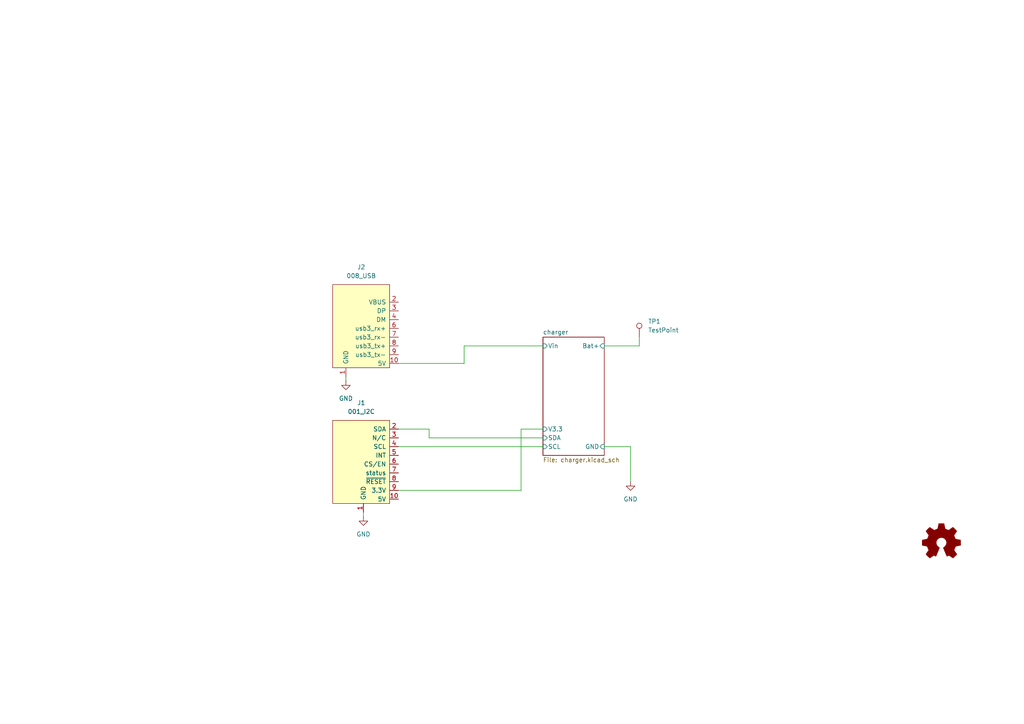
<source format=kicad_sch>
(kicad_sch
	(version 20250114)
	(generator "eeschema")
	(generator_version "9.0")
	(uuid "57732dd3-1162-4c3f-88bd-31bf473d124d")
	(paper "A4")
	(lib_symbols
		(symbol "Connector:TestPoint"
			(pin_numbers
				(hide yes)
			)
			(pin_names
				(offset 0.762)
				(hide yes)
			)
			(exclude_from_sim no)
			(in_bom yes)
			(on_board yes)
			(property "Reference" "TP"
				(at 0 6.858 0)
				(effects
					(font
						(size 1.27 1.27)
					)
				)
			)
			(property "Value" "TestPoint"
				(at 0 5.08 0)
				(effects
					(font
						(size 1.27 1.27)
					)
				)
			)
			(property "Footprint" ""
				(at 5.08 0 0)
				(effects
					(font
						(size 1.27 1.27)
					)
					(hide yes)
				)
			)
			(property "Datasheet" "~"
				(at 5.08 0 0)
				(effects
					(font
						(size 1.27 1.27)
					)
					(hide yes)
				)
			)
			(property "Description" "test point"
				(at 0 0 0)
				(effects
					(font
						(size 1.27 1.27)
					)
					(hide yes)
				)
			)
			(property "ki_keywords" "test point tp"
				(at 0 0 0)
				(effects
					(font
						(size 1.27 1.27)
					)
					(hide yes)
				)
			)
			(property "ki_fp_filters" "Pin* Test*"
				(at 0 0 0)
				(effects
					(font
						(size 1.27 1.27)
					)
					(hide yes)
				)
			)
			(symbol "TestPoint_0_1"
				(circle
					(center 0 3.302)
					(radius 0.762)
					(stroke
						(width 0)
						(type default)
					)
					(fill
						(type none)
					)
				)
			)
			(symbol "TestPoint_1_1"
				(pin passive line
					(at 0 0 90)
					(length 2.54)
					(name "1"
						(effects
							(font
								(size 1.27 1.27)
							)
						)
					)
					(number "1"
						(effects
							(font
								(size 1.27 1.27)
							)
						)
					)
				)
			)
			(embedded_fonts no)
		)
		(symbol "Graphic:Logo_Open_Hardware_Small"
			(pin_names
				(offset 1.016)
			)
			(exclude_from_sim no)
			(in_bom yes)
			(on_board yes)
			(property "Reference" "#LOGO"
				(at 0 6.985 0)
				(effects
					(font
						(size 1.27 1.27)
					)
					(hide yes)
				)
			)
			(property "Value" "Logo_Open_Hardware_Small"
				(at 0 -5.715 0)
				(effects
					(font
						(size 1.27 1.27)
					)
					(hide yes)
				)
			)
			(property "Footprint" ""
				(at 0 0 0)
				(effects
					(font
						(size 1.27 1.27)
					)
					(hide yes)
				)
			)
			(property "Datasheet" "~"
				(at 0 0 0)
				(effects
					(font
						(size 1.27 1.27)
					)
					(hide yes)
				)
			)
			(property "Description" "Open Hardware logo, small"
				(at 0 0 0)
				(effects
					(font
						(size 1.27 1.27)
					)
					(hide yes)
				)
			)
			(property "ki_keywords" "Logo"
				(at 0 0 0)
				(effects
					(font
						(size 1.27 1.27)
					)
					(hide yes)
				)
			)
			(symbol "Logo_Open_Hardware_Small_0_1"
				(polyline
					(pts
						(xy 3.3528 -4.3434) (xy 3.302 -4.318) (xy 3.175 -4.2418) (xy 2.9972 -4.1148) (xy 2.7686 -3.9624)
						(xy 2.54 -3.81) (xy 2.3622 -3.7084) (xy 2.2352 -3.6068) (xy 2.1844 -3.5814) (xy 2.159 -3.6068)
						(xy 2.0574 -3.6576) (xy 1.905 -3.7338) (xy 1.8034 -3.7846) (xy 1.6764 -3.8354) (xy 1.6002 -3.8354)
						(xy 1.6002 -3.8354) (xy 1.5494 -3.7338) (xy 1.4732 -3.5306) (xy 1.3462 -3.302) (xy 1.2446 -3.0226)
						(xy 1.1176 -2.7178) (xy 0.9652 -2.413) (xy 0.8636 -2.1082) (xy 0.7366 -1.8288) (xy 0.6604 -1.6256)
						(xy 0.6096 -1.4732) (xy 0.5842 -1.397) (xy 0.5842 -1.397) (xy 0.6604 -1.3208) (xy 0.7874 -1.2446)
						(xy 1.0414 -1.016) (xy 1.2954 -0.6858) (xy 1.4478 -0.3302) (xy 1.524 0.0762) (xy 1.4732 0.4572)
						(xy 1.3208 0.8128) (xy 1.0668 1.143) (xy 0.762 1.3716) (xy 0.4064 1.524) (xy 0 1.5748) (xy -0.381 1.5494)
						(xy -0.7366 1.397) (xy -1.0668 1.143) (xy -1.2192 0.9906) (xy -1.397 0.6604) (xy -1.524 0.3048)
						(xy -1.524 0.2286) (xy -1.4986 -0.1778) (xy -1.397 -0.5334) (xy -1.1938 -0.8636) (xy -0.9144 -1.143)
						(xy -0.8636 -1.1684) (xy -0.7366 -1.27) (xy -0.635 -1.3462) (xy -0.5842 -1.397) (xy -1.0668 -2.5908)
						(xy -1.143 -2.794) (xy -1.2954 -3.1242) (xy -1.397 -3.4036) (xy -1.4986 -3.6322) (xy -1.5748 -3.7846)
						(xy -1.6002 -3.8354) (xy -1.6002 -3.8354) (xy -1.651 -3.8354) (xy -1.7272 -3.81) (xy -1.905 -3.7338)
						(xy -2.0066 -3.683) (xy -2.1336 -3.6068) (xy -2.2098 -3.5814) (xy -2.2606 -3.6068) (xy -2.3622 -3.683)
						(xy -2.54 -3.81) (xy -2.7686 -3.9624) (xy -2.9718 -4.0894) (xy -3.1496 -4.2164) (xy -3.302 -4.318)
						(xy -3.3528 -4.3434) (xy -3.3782 -4.3434) (xy -3.429 -4.318) (xy -3.5306 -4.2164) (xy -3.7084 -4.064)
						(xy -3.937 -3.8354) (xy -3.9624 -3.81) (xy -4.1656 -3.6068) (xy -4.318 -3.4544) (xy -4.4196 -3.3274)
						(xy -4.445 -3.2766) (xy -4.445 -3.2766) (xy -4.4196 -3.2258) (xy -4.318 -3.0734) (xy -4.2164 -2.8956)
						(xy -4.064 -2.667) (xy -3.6576 -2.0828) (xy -3.8862 -1.5494) (xy -3.937 -1.3716) (xy -4.0386 -1.1684)
						(xy -4.0894 -1.0414) (xy -4.1148 -0.9652) (xy -4.191 -0.9398) (xy -4.318 -0.9144) (xy -4.5466 -0.8636)
						(xy -4.8006 -0.8128) (xy -5.0546 -0.7874) (xy -5.2578 -0.7366) (xy -5.4356 -0.7112) (xy -5.5118 -0.6858)
						(xy -5.5118 -0.6858) (xy -5.5372 -0.635) (xy -5.5372 -0.5588) (xy -5.5372 -0.4318) (xy -5.5626 -0.2286)
						(xy -5.5626 0.0762) (xy -5.5626 0.127) (xy -5.5372 0.4064) (xy -5.5372 0.635) (xy -5.5372 0.762)
						(xy -5.5372 0.8382) (xy -5.5372 0.8382) (xy -5.461 0.8382) (xy -5.3086 0.889) (xy -5.08 0.9144)
						(xy -4.826 0.9652) (xy -4.8006 0.9906) (xy -4.5466 1.0414) (xy -4.318 1.0668) (xy -4.1656 1.1176)
						(xy -4.0894 1.143) (xy -4.0894 1.143) (xy -4.0386 1.2446) (xy -3.9624 1.4224) (xy -3.8608 1.6256)
						(xy -3.7846 1.8288) (xy -3.7084 2.0066) (xy -3.6576 2.159) (xy -3.6322 2.2098) (xy -3.6322 2.2098)
						(xy -3.683 2.286) (xy -3.7592 2.413) (xy -3.8862 2.5908) (xy -4.064 2.8194) (xy -4.064 2.8448)
						(xy -4.2164 3.0734) (xy -4.3434 3.2512) (xy -4.4196 3.3782) (xy -4.445 3.4544) (xy -4.445 3.4544)
						(xy -4.3942 3.5052) (xy -4.2926 3.6322) (xy -4.1148 3.81) (xy -3.937 4.0132) (xy -3.8608 4.064)
						(xy -3.6576 4.2926) (xy -3.5052 4.4196) (xy -3.4036 4.4958) (xy -3.3528 4.5212) (xy -3.3528 4.5212)
						(xy -3.302 4.4704) (xy -3.1496 4.3688) (xy -2.9718 4.2418) (xy -2.7432 4.0894) (xy -2.7178 4.0894)
						(xy -2.4892 3.937) (xy -2.3114 3.81) (xy -2.1844 3.7084) (xy -2.1336 3.683) (xy -2.1082 3.683)
						(xy -2.032 3.7084) (xy -1.8542 3.7592) (xy -1.6764 3.8354) (xy -1.4732 3.937) (xy -1.27 4.0132)
						(xy -1.143 4.064) (xy -1.0668 4.1148) (xy -1.0668 4.1148) (xy -1.0414 4.191) (xy -1.016 4.3434)
						(xy -0.9652 4.572) (xy -0.9144 4.8514) (xy -0.889 4.9022) (xy -0.8382 5.1562) (xy -0.8128 5.3848)
						(xy -0.7874 5.5372) (xy -0.762 5.588) (xy -0.7112 5.6134) (xy -0.5842 5.6134) (xy -0.4064 5.6134)
						(xy -0.1524 5.6134) (xy 0.0762 5.6134) (xy 0.3302 5.6134) (xy 0.5334 5.6134) (xy 0.6858 5.588)
						(xy 0.7366 5.588) (xy 0.7366 5.588) (xy 0.762 5.5118) (xy 0.8128 5.334) (xy 0.8382 5.1054) (xy 0.9144 4.826)
						(xy 0.9144 4.7752) (xy 0.9652 4.5212) (xy 1.016 4.2926) (xy 1.0414 4.1402) (xy 1.0668 4.0894)
						(xy 1.0668 4.0894) (xy 1.1938 4.0386) (xy 1.3716 3.9624) (xy 1.5748 3.8608) (xy 2.0828 3.6576)
						(xy 2.7178 4.0894) (xy 2.7686 4.1402) (xy 2.9972 4.2926) (xy 3.175 4.4196) (xy 3.302 4.4958) (xy 3.3782 4.5212)
						(xy 3.3782 4.5212) (xy 3.429 4.4704) (xy 3.556 4.3434) (xy 3.7338 4.191) (xy 3.9116 3.9878) (xy 4.064 3.8354)
						(xy 4.2418 3.6576) (xy 4.3434 3.556) (xy 4.4196 3.4798) (xy 4.4196 3.429) (xy 4.4196 3.4036) (xy 4.3942 3.3274)
						(xy 4.2926 3.2004) (xy 4.1656 2.9972) (xy 4.0132 2.794) (xy 3.8862 2.5908) (xy 3.7592 2.3876)
						(xy 3.6576 2.2352) (xy 3.6322 2.159) (xy 3.6322 2.1336) (xy 3.683 2.0066) (xy 3.7592 1.8288) (xy 3.8608 1.6002)
						(xy 4.064 1.1176) (xy 4.3942 1.0414) (xy 4.5974 1.016) (xy 4.8768 0.9652) (xy 5.1308 0.9144) (xy 5.5372 0.8382)
						(xy 5.5626 -0.6604) (xy 5.4864 -0.6858) (xy 5.4356 -0.6858) (xy 5.2832 -0.7366) (xy 5.0546 -0.762)
						(xy 4.8006 -0.8128) (xy 4.5974 -0.8636) (xy 4.3688 -0.9144) (xy 4.2164 -0.9398) (xy 4.1402 -0.9398)
						(xy 4.1148 -0.9652) (xy 4.064 -1.0668) (xy 3.9878 -1.2446) (xy 3.9116 -1.4478) (xy 3.81 -1.651)
						(xy 3.7338 -1.8542) (xy 3.683 -2.0066) (xy 3.6576 -2.0828) (xy 3.683 -2.1336) (xy 3.7846 -2.2606)
						(xy 3.8862 -2.4638) (xy 4.0386 -2.667) (xy 4.191 -2.8956) (xy 4.318 -3.0734) (xy 4.3942 -3.2004)
						(xy 4.445 -3.2766) (xy 4.4196 -3.3274) (xy 4.3434 -3.429) (xy 4.1656 -3.5814) (xy 3.937 -3.8354)
						(xy 3.8862 -3.8608) (xy 3.683 -4.064) (xy 3.5306 -4.2164) (xy 3.4036 -4.318) (xy 3.3528 -4.3434)
					)
					(stroke
						(width 0)
						(type default)
					)
					(fill
						(type outline)
					)
				)
			)
			(embedded_fonts no)
		)
		(symbol "power:GND"
			(power)
			(pin_names
				(offset 0)
			)
			(exclude_from_sim no)
			(in_bom yes)
			(on_board yes)
			(property "Reference" "#PWR"
				(at 0 -6.35 0)
				(effects
					(font
						(size 1.27 1.27)
					)
					(hide yes)
				)
			)
			(property "Value" "GND"
				(at 0 -3.81 0)
				(effects
					(font
						(size 1.27 1.27)
					)
				)
			)
			(property "Footprint" ""
				(at 0 0 0)
				(effects
					(font
						(size 1.27 1.27)
					)
					(hide yes)
				)
			)
			(property "Datasheet" ""
				(at 0 0 0)
				(effects
					(font
						(size 1.27 1.27)
					)
					(hide yes)
				)
			)
			(property "Description" "Power symbol creates a global label with name \"GND\" , ground"
				(at 0 0 0)
				(effects
					(font
						(size 1.27 1.27)
					)
					(hide yes)
				)
			)
			(property "ki_keywords" "power-flag"
				(at 0 0 0)
				(effects
					(font
						(size 1.27 1.27)
					)
					(hide yes)
				)
			)
			(symbol "GND_0_1"
				(polyline
					(pts
						(xy 0 0) (xy 0 -1.27) (xy 1.27 -1.27) (xy 0 -2.54) (xy -1.27 -1.27) (xy 0 -1.27)
					)
					(stroke
						(width 0)
						(type default)
					)
					(fill
						(type none)
					)
				)
			)
			(symbol "GND_1_1"
				(pin power_in line
					(at 0 0 270)
					(length 0)
					(hide yes)
					(name "GND"
						(effects
							(font
								(size 1.27 1.27)
							)
						)
					)
					(number "1"
						(effects
							(font
								(size 1.27 1.27)
							)
						)
					)
				)
			)
			(embedded_fonts no)
		)
		(symbol "put_on_edge:001_I2C"
			(pin_names
				(offset 1.016)
			)
			(exclude_from_sim no)
			(in_bom yes)
			(on_board yes)
			(property "Reference" "J"
				(at -2.54 13.97 0)
				(effects
					(font
						(size 1.27 1.27)
					)
				)
			)
			(property "Value" "001_I2C"
				(at 8.89 13.97 0)
				(effects
					(font
						(size 1.27 1.27)
					)
				)
			)
			(property "Footprint" ""
				(at 7.62 16.51 0)
				(effects
					(font
						(size 1.27 1.27)
					)
					(hide yes)
				)
			)
			(property "Datasheet" ""
				(at 7.62 16.51 0)
				(effects
					(font
						(size 1.27 1.27)
					)
					(hide yes)
				)
			)
			(property "Description" ""
				(at 0 0 0)
				(effects
					(font
						(size 1.27 1.27)
					)
					(hide yes)
				)
			)
			(symbol "001_I2C_0_1"
				(rectangle
					(start -8.89 12.7)
					(end 7.62 -11.43)
					(stroke
						(width 0)
						(type default)
					)
					(fill
						(type background)
					)
				)
			)
			(symbol "001_I2C_1_1"
				(pin bidirectional line
					(at -11.43 10.16 0)
					(length 2.54)
					(name "SDA"
						(effects
							(font
								(size 1.27 1.27)
							)
						)
					)
					(number "2"
						(effects
							(font
								(size 1.27 1.27)
							)
						)
					)
				)
				(pin bidirectional line
					(at -11.43 7.62 0)
					(length 2.54)
					(name "N/C"
						(effects
							(font
								(size 1.27 1.27)
							)
						)
					)
					(number "3"
						(effects
							(font
								(size 1.27 1.27)
							)
						)
					)
				)
				(pin bidirectional line
					(at -11.43 5.08 0)
					(length 2.54)
					(name "SCL"
						(effects
							(font
								(size 1.27 1.27)
							)
						)
					)
					(number "4"
						(effects
							(font
								(size 1.27 1.27)
							)
						)
					)
				)
				(pin bidirectional line
					(at -11.43 2.54 0)
					(length 2.54)
					(name "INT"
						(effects
							(font
								(size 1.27 1.27)
							)
						)
					)
					(number "5"
						(effects
							(font
								(size 1.27 1.27)
							)
						)
					)
				)
				(pin bidirectional line
					(at -11.43 0 0)
					(length 2.54)
					(name "CS/EN"
						(effects
							(font
								(size 1.27 1.27)
							)
						)
					)
					(number "6"
						(effects
							(font
								(size 1.27 1.27)
							)
						)
					)
				)
				(pin bidirectional line
					(at -11.43 -2.54 0)
					(length 2.54)
					(name "status"
						(effects
							(font
								(size 1.27 1.27)
							)
						)
					)
					(number "7"
						(effects
							(font
								(size 1.27 1.27)
							)
						)
					)
				)
				(pin bidirectional line
					(at -11.43 -5.08 0)
					(length 2.54)
					(name "~{RESET}"
						(effects
							(font
								(size 1.27 1.27)
							)
						)
					)
					(number "8"
						(effects
							(font
								(size 1.27 1.27)
							)
						)
					)
				)
				(pin power_in line
					(at -11.43 -7.62 0)
					(length 2.54)
					(name "3.3V"
						(effects
							(font
								(size 1.27 1.27)
							)
						)
					)
					(number "9"
						(effects
							(font
								(size 1.27 1.27)
							)
						)
					)
				)
				(pin power_in line
					(at -11.43 -10.16 0)
					(length 2.54)
					(name "5V"
						(effects
							(font
								(size 1.27 1.27)
							)
						)
					)
					(number "10"
						(effects
							(font
								(size 1.27 1.27)
							)
						)
					)
				)
				(pin power_in line
					(at -1.27 -13.97 90)
					(length 2.54)
					(name "GND"
						(effects
							(font
								(size 1.27 1.27)
							)
						)
					)
					(number "1"
						(effects
							(font
								(size 1.27 1.27)
							)
						)
					)
				)
			)
			(embedded_fonts no)
		)
		(symbol "put_on_edge:008_USB"
			(pin_names
				(offset 1.016)
			)
			(exclude_from_sim no)
			(in_bom yes)
			(on_board yes)
			(property "Reference" "J"
				(at -2.54 13.97 0)
				(effects
					(font
						(size 1.27 1.27)
					)
				)
			)
			(property "Value" "008_USB"
				(at 8.89 13.97 0)
				(effects
					(font
						(size 1.27 1.27)
					)
				)
			)
			(property "Footprint" ""
				(at 7.62 16.51 0)
				(effects
					(font
						(size 1.27 1.27)
					)
					(hide yes)
				)
			)
			(property "Datasheet" ""
				(at 7.62 16.51 0)
				(effects
					(font
						(size 1.27 1.27)
					)
					(hide yes)
				)
			)
			(property "Description" ""
				(at 0 0 0)
				(effects
					(font
						(size 1.27 1.27)
					)
					(hide yes)
				)
			)
			(symbol "008_USB_0_1"
				(rectangle
					(start -8.89 12.7)
					(end 7.62 -11.43)
					(stroke
						(width 0)
						(type default)
					)
					(fill
						(type background)
					)
				)
			)
			(symbol "008_USB_1_1"
				(pin power_in line
					(at -11.43 7.62 0)
					(length 2.54)
					(name "VBUS"
						(effects
							(font
								(size 1.27 1.27)
							)
						)
					)
					(number "2"
						(effects
							(font
								(size 1.27 1.27)
							)
						)
					)
				)
				(pin bidirectional line
					(at -11.43 5.08 0)
					(length 2.54)
					(name "DP"
						(effects
							(font
								(size 1.27 1.27)
							)
						)
					)
					(number "3"
						(effects
							(font
								(size 1.27 1.27)
							)
						)
					)
				)
				(pin bidirectional line
					(at -11.43 2.54 0)
					(length 2.54)
					(name "DM"
						(effects
							(font
								(size 1.27 1.27)
							)
						)
					)
					(number "4"
						(effects
							(font
								(size 1.27 1.27)
							)
						)
					)
				)
				(pin input line
					(at -11.43 0 0)
					(length 2.54)
					(name "usb3_rx+"
						(effects
							(font
								(size 1.27 1.27)
							)
						)
					)
					(number "6"
						(effects
							(font
								(size 1.27 1.27)
							)
						)
					)
				)
				(pin input line
					(at -11.43 -2.54 0)
					(length 2.54)
					(name "usb3_rx-"
						(effects
							(font
								(size 1.27 1.27)
							)
						)
					)
					(number "7"
						(effects
							(font
								(size 1.27 1.27)
							)
						)
					)
				)
				(pin input line
					(at -11.43 -5.08 0)
					(length 2.54)
					(name "usb3_tx+"
						(effects
							(font
								(size 1.27 1.27)
							)
						)
					)
					(number "8"
						(effects
							(font
								(size 1.27 1.27)
							)
						)
					)
				)
				(pin input line
					(at -11.43 -7.62 0)
					(length 2.54)
					(name "usb3_tx-"
						(effects
							(font
								(size 1.27 1.27)
							)
						)
					)
					(number "9"
						(effects
							(font
								(size 1.27 1.27)
							)
						)
					)
				)
				(pin power_in line
					(at -11.43 -10.16 0)
					(length 2.54)
					(name "5V"
						(effects
							(font
								(size 1.27 1.27)
							)
						)
					)
					(number "10"
						(effects
							(font
								(size 1.27 1.27)
							)
						)
					)
				)
				(pin power_in line
					(at 3.81 -13.97 90)
					(length 2.54)
					(name "GND"
						(effects
							(font
								(size 1.27 1.27)
							)
						)
					)
					(number "1"
						(effects
							(font
								(size 1.27 1.27)
							)
						)
					)
				)
			)
			(embedded_fonts no)
		)
	)
	(wire
		(pts
			(xy 134.62 105.41) (xy 134.62 100.33)
		)
		(stroke
			(width 0)
			(type default)
		)
		(uuid "032eb98f-de0c-4f58-b81f-cd665e124ced")
	)
	(wire
		(pts
			(xy 151.13 124.46) (xy 151.13 142.24)
		)
		(stroke
			(width 0)
			(type default)
		)
		(uuid "21265edf-0326-4d64-84b9-54fded286d64")
	)
	(wire
		(pts
			(xy 182.88 129.54) (xy 182.88 139.7)
		)
		(stroke
			(width 0)
			(type default)
		)
		(uuid "5a1fc14d-1d6f-444c-82b2-77ce3f0eeb3f")
	)
	(wire
		(pts
			(xy 185.42 100.33) (xy 185.42 97.79)
		)
		(stroke
			(width 0)
			(type default)
		)
		(uuid "6b557338-d8da-43bc-ab9f-829c5705974e")
	)
	(wire
		(pts
			(xy 157.48 124.46) (xy 151.13 124.46)
		)
		(stroke
			(width 0)
			(type default)
		)
		(uuid "8113704c-5fb6-434c-a9cb-8406eb16405f")
	)
	(wire
		(pts
			(xy 157.48 127) (xy 124.46 127)
		)
		(stroke
			(width 0)
			(type default)
		)
		(uuid "99a34190-2c5c-4ffc-9cc9-17ce0c128547")
	)
	(wire
		(pts
			(xy 151.13 142.24) (xy 115.57 142.24)
		)
		(stroke
			(width 0)
			(type default)
		)
		(uuid "a06d716d-78cd-40f2-95c4-a92f58b28e3b")
	)
	(wire
		(pts
			(xy 124.46 124.46) (xy 115.57 124.46)
		)
		(stroke
			(width 0)
			(type default)
		)
		(uuid "a9d1f9c8-a408-4669-b105-5616256ee56d")
	)
	(wire
		(pts
			(xy 124.46 127) (xy 124.46 124.46)
		)
		(stroke
			(width 0)
			(type default)
		)
		(uuid "aa1bedc8-0f11-4bc4-aa2a-0dce5ed46d35")
	)
	(wire
		(pts
			(xy 115.57 105.41) (xy 134.62 105.41)
		)
		(stroke
			(width 0)
			(type default)
		)
		(uuid "ae7910b4-0d95-44a4-baca-d0fa403a0f13")
	)
	(wire
		(pts
			(xy 100.33 109.22) (xy 100.33 110.49)
		)
		(stroke
			(width 0)
			(type default)
		)
		(uuid "af84c7ae-4ed8-415a-9403-7279506bc3d2")
	)
	(wire
		(pts
			(xy 175.26 129.54) (xy 182.88 129.54)
		)
		(stroke
			(width 0)
			(type default)
		)
		(uuid "b5f50e6e-6728-4454-96f5-44e0bc388ce5")
	)
	(wire
		(pts
			(xy 175.26 100.33) (xy 185.42 100.33)
		)
		(stroke
			(width 0)
			(type default)
		)
		(uuid "df9e995b-f670-4d74-acf1-28fa6765003c")
	)
	(wire
		(pts
			(xy 157.48 100.33) (xy 134.62 100.33)
		)
		(stroke
			(width 0)
			(type default)
		)
		(uuid "ed358d87-c78f-4cd0-8500-4f1af63da8f9")
	)
	(wire
		(pts
			(xy 115.57 129.54) (xy 157.48 129.54)
		)
		(stroke
			(width 0)
			(type default)
		)
		(uuid "f4c1c589-d07a-4b63-9d7b-b0e6d864edf7")
	)
	(wire
		(pts
			(xy 105.41 148.59) (xy 105.41 149.86)
		)
		(stroke
			(width 0)
			(type default)
		)
		(uuid "f85f3b5a-751d-4066-b4ec-af969b5e7b5a")
	)
	(symbol
		(lib_id "Connector:TestPoint")
		(at 185.42 97.79 0)
		(unit 1)
		(exclude_from_sim no)
		(in_bom yes)
		(on_board yes)
		(dnp no)
		(fields_autoplaced yes)
		(uuid "4e449531-f810-4815-b9ad-b58ebd23d79b")
		(property "Reference" "TP1"
			(at 187.96 93.2179 0)
			(effects
				(font
					(size 1.27 1.27)
				)
				(justify left)
			)
		)
		(property "Value" "TestPoint"
			(at 187.96 95.7579 0)
			(effects
				(font
					(size 1.27 1.27)
				)
				(justify left)
			)
		)
		(property "Footprint" "TestPoint:TestPoint_Loop_D3.80mm_Drill2.8mm"
			(at 190.5 97.79 0)
			(effects
				(font
					(size 1.27 1.27)
				)
				(hide yes)
			)
		)
		(property "Datasheet" "~"
			(at 190.5 97.79 0)
			(effects
				(font
					(size 1.27 1.27)
				)
				(hide yes)
			)
		)
		(property "Description" "test point"
			(at 185.42 97.79 0)
			(effects
				(font
					(size 1.27 1.27)
				)
				(hide yes)
			)
		)
		(pin "1"
			(uuid "0b699a60-aa79-4439-9133-4274e66196d2")
		)
		(instances
			(project ""
				(path "/57732dd3-1162-4c3f-88bd-31bf473d124d"
					(reference "TP1")
					(unit 1)
				)
			)
		)
	)
	(symbol
		(lib_id "power:GND")
		(at 182.88 139.7 0)
		(unit 1)
		(exclude_from_sim no)
		(in_bom yes)
		(on_board yes)
		(dnp no)
		(fields_autoplaced yes)
		(uuid "971afa99-5d33-4a72-a8e1-edd3c45138ed")
		(property "Reference" "#PWR0101"
			(at 182.88 146.05 0)
			(effects
				(font
					(size 1.27 1.27)
				)
				(hide yes)
			)
		)
		(property "Value" "GND"
			(at 182.88 144.78 0)
			(effects
				(font
					(size 1.27 1.27)
				)
			)
		)
		(property "Footprint" ""
			(at 182.88 139.7 0)
			(effects
				(font
					(size 1.27 1.27)
				)
				(hide yes)
			)
		)
		(property "Datasheet" ""
			(at 182.88 139.7 0)
			(effects
				(font
					(size 1.27 1.27)
				)
				(hide yes)
			)
		)
		(property "Description" ""
			(at 182.88 139.7 0)
			(effects
				(font
					(size 1.27 1.27)
				)
				(hide yes)
			)
		)
		(pin "1"
			(uuid "0e12e353-ffd6-4e27-8957-653e209f57b0")
		)
		(instances
			(project "board"
				(path "/57732dd3-1162-4c3f-88bd-31bf473d124d"
					(reference "#PWR0101")
					(unit 1)
				)
			)
		)
	)
	(symbol
		(lib_id "power:GND")
		(at 105.41 149.86 0)
		(unit 1)
		(exclude_from_sim no)
		(in_bom yes)
		(on_board yes)
		(dnp no)
		(fields_autoplaced yes)
		(uuid "9f162eef-7fbb-4d11-a98f-b21571674645")
		(property "Reference" "#PWR01"
			(at 105.41 156.21 0)
			(effects
				(font
					(size 1.27 1.27)
				)
				(hide yes)
			)
		)
		(property "Value" "GND"
			(at 105.41 154.94 0)
			(effects
				(font
					(size 1.27 1.27)
				)
			)
		)
		(property "Footprint" ""
			(at 105.41 149.86 0)
			(effects
				(font
					(size 1.27 1.27)
				)
				(hide yes)
			)
		)
		(property "Datasheet" ""
			(at 105.41 149.86 0)
			(effects
				(font
					(size 1.27 1.27)
				)
				(hide yes)
			)
		)
		(property "Description" ""
			(at 105.41 149.86 0)
			(effects
				(font
					(size 1.27 1.27)
				)
				(hide yes)
			)
		)
		(pin "1"
			(uuid "991a89f3-8e00-47c0-997f-f73d4c4cf8a7")
		)
		(instances
			(project "board"
				(path "/57732dd3-1162-4c3f-88bd-31bf473d124d"
					(reference "#PWR01")
					(unit 1)
				)
			)
		)
	)
	(symbol
		(lib_id "Graphic:Logo_Open_Hardware_Small")
		(at 273.05 157.48 0)
		(unit 1)
		(exclude_from_sim no)
		(in_bom yes)
		(on_board yes)
		(dnp no)
		(fields_autoplaced yes)
		(uuid "b72b6f4a-7489-40f2-bb90-d75ae01aa368")
		(property "Reference" "LOGO1"
			(at 273.05 150.495 0)
			(effects
				(font
					(size 1.27 1.27)
				)
				(hide yes)
			)
		)
		(property "Value" "Logo_Open_Hardware_Small"
			(at 273.05 163.195 0)
			(effects
				(font
					(size 1.27 1.27)
				)
				(hide yes)
			)
		)
		(property "Footprint" "Symbol:OSHW-Symbol_6.7x6mm_SilkScreen"
			(at 273.05 157.48 0)
			(effects
				(font
					(size 1.27 1.27)
				)
				(hide yes)
			)
		)
		(property "Datasheet" "~"
			(at 273.05 157.48 0)
			(effects
				(font
					(size 1.27 1.27)
				)
				(hide yes)
			)
		)
		(property "Description" ""
			(at 273.05 157.48 0)
			(effects
				(font
					(size 1.27 1.27)
				)
				(hide yes)
			)
		)
		(instances
			(project "board"
				(path "/57732dd3-1162-4c3f-88bd-31bf473d124d"
					(reference "LOGO1")
					(unit 1)
				)
			)
		)
	)
	(symbol
		(lib_id "power:GND")
		(at 100.33 110.49 0)
		(unit 1)
		(exclude_from_sim no)
		(in_bom yes)
		(on_board yes)
		(dnp no)
		(fields_autoplaced yes)
		(uuid "ce8db5aa-478c-4a80-9e0a-740f4b11e133")
		(property "Reference" "#PWR02"
			(at 100.33 116.84 0)
			(effects
				(font
					(size 1.27 1.27)
				)
				(hide yes)
			)
		)
		(property "Value" "GND"
			(at 100.33 115.57 0)
			(effects
				(font
					(size 1.27 1.27)
				)
			)
		)
		(property "Footprint" ""
			(at 100.33 110.49 0)
			(effects
				(font
					(size 1.27 1.27)
				)
				(hide yes)
			)
		)
		(property "Datasheet" ""
			(at 100.33 110.49 0)
			(effects
				(font
					(size 1.27 1.27)
				)
				(hide yes)
			)
		)
		(property "Description" ""
			(at 100.33 110.49 0)
			(effects
				(font
					(size 1.27 1.27)
				)
				(hide yes)
			)
		)
		(pin "1"
			(uuid "0187b593-a11c-44ba-a419-6cc66821ddb7")
		)
		(instances
			(project "board"
				(path "/57732dd3-1162-4c3f-88bd-31bf473d124d"
					(reference "#PWR02")
					(unit 1)
				)
			)
		)
	)
	(symbol
		(lib_id "put_on_edge:008_USB")
		(at 104.14 95.25 0)
		(mirror y)
		(unit 1)
		(exclude_from_sim no)
		(in_bom yes)
		(on_board yes)
		(dnp no)
		(fields_autoplaced yes)
		(uuid "f63decd1-37a6-4b34-9ad5-76b4b0471b77")
		(property "Reference" "J2"
			(at 104.775 77.47 0)
			(effects
				(font
					(size 1.27 1.27)
				)
			)
		)
		(property "Value" "008_USB"
			(at 104.775 80.01 0)
			(effects
				(font
					(size 1.27 1.27)
				)
			)
		)
		(property "Footprint" "on_edge:on_edge_2x05_device"
			(at 96.52 78.74 0)
			(effects
				(font
					(size 1.27 1.27)
				)
				(hide yes)
			)
		)
		(property "Datasheet" ""
			(at 96.52 78.74 0)
			(effects
				(font
					(size 1.27 1.27)
				)
				(hide yes)
			)
		)
		(property "Description" ""
			(at 104.14 95.25 0)
			(effects
				(font
					(size 1.27 1.27)
				)
				(hide yes)
			)
		)
		(pin "2"
			(uuid "607aff6f-c895-4ed2-9653-d75a7c699163")
		)
		(pin "9"
			(uuid "73cde91d-964c-4eb7-a9fe-8ea850ccb7f4")
		)
		(pin "3"
			(uuid "194c34da-85de-4755-9599-515d96a9964a")
		)
		(pin "6"
			(uuid "83c40024-4520-4121-a90e-d771ec8a18ba")
		)
		(pin "4"
			(uuid "2dd822ca-bba8-4dcb-88a2-c77eb29c33e2")
		)
		(pin "7"
			(uuid "a7fca75f-3b96-4a64-a231-036e4e26c56f")
		)
		(pin "8"
			(uuid "d83e29f3-afad-4b8a-b5d7-37c0483a7532")
		)
		(pin "10"
			(uuid "e7eb14b1-53b6-4e4d-bf95-1df91fdea304")
		)
		(pin "1"
			(uuid "b82094ba-fc36-4a1d-96dd-e897faf88eca")
		)
		(instances
			(project ""
				(path "/57732dd3-1162-4c3f-88bd-31bf473d124d"
					(reference "J2")
					(unit 1)
				)
			)
		)
	)
	(symbol
		(lib_id "put_on_edge:001_I2C")
		(at 104.14 134.62 0)
		(mirror y)
		(unit 1)
		(exclude_from_sim no)
		(in_bom yes)
		(on_board yes)
		(dnp no)
		(fields_autoplaced yes)
		(uuid "f708b114-56f4-4f45-8ecd-b928ee342df5")
		(property "Reference" "J1"
			(at 104.775 116.84 0)
			(effects
				(font
					(size 1.27 1.27)
				)
			)
		)
		(property "Value" "001_I2C"
			(at 104.775 119.38 0)
			(effects
				(font
					(size 1.27 1.27)
				)
			)
		)
		(property "Footprint" "on_edge:on_edge_2x05_device"
			(at 96.52 118.11 0)
			(effects
				(font
					(size 1.27 1.27)
				)
				(hide yes)
			)
		)
		(property "Datasheet" ""
			(at 96.52 118.11 0)
			(effects
				(font
					(size 1.27 1.27)
				)
				(hide yes)
			)
		)
		(property "Description" ""
			(at 104.14 134.62 0)
			(effects
				(font
					(size 1.27 1.27)
				)
				(hide yes)
			)
		)
		(pin "4"
			(uuid "ccab5077-a29b-48e3-ac11-176fb5a23b42")
		)
		(pin "5"
			(uuid "df12c71d-6c5d-4da8-bbee-59f8af452dd2")
		)
		(pin "2"
			(uuid "ff0af76c-a01d-4f7b-863c-a10f223fef89")
		)
		(pin "7"
			(uuid "a7f8b7ca-27a9-4fd5-aa7b-48029eadb9ba")
		)
		(pin "8"
			(uuid "d4fca3c5-92b0-4b51-8d2c-a380c054e62c")
		)
		(pin "6"
			(uuid "4adfcbc4-f0fb-4795-9e88-4aa4d3ba5190")
		)
		(pin "9"
			(uuid "086dd1d5-3a7b-44d4-a624-417608427394")
		)
		(pin "1"
			(uuid "095ef783-1c4b-4c03-b3aa-538953e2928d")
		)
		(pin "10"
			(uuid "a6b89821-82f8-4a55-bcb4-10891f3bfd10")
		)
		(pin "3"
			(uuid "8837eaaf-c875-4a20-b3a2-7d5f5c8b7f22")
		)
		(instances
			(project ""
				(path "/57732dd3-1162-4c3f-88bd-31bf473d124d"
					(reference "J1")
					(unit 1)
				)
			)
		)
	)
	(sheet
		(at 157.48 97.79)
		(size 17.78 34.29)
		(exclude_from_sim no)
		(in_bom yes)
		(on_board yes)
		(dnp no)
		(fields_autoplaced yes)
		(stroke
			(width 0.1524)
			(type solid)
		)
		(fill
			(color 0 0 0 0.0000)
		)
		(uuid "767ce4c6-0e55-4543-92f0-34cb8237a544")
		(property "Sheetname" "charger"
			(at 157.48 97.0784 0)
			(effects
				(font
					(size 1.27 1.27)
				)
				(justify left bottom)
			)
		)
		(property "Sheetfile" "charger.kicad_sch"
			(at 157.48 132.6646 0)
			(effects
				(font
					(size 1.27 1.27)
				)
				(justify left top)
			)
		)
		(pin "GND" input
			(at 175.26 129.54 0)
			(uuid "466cf29f-04d2-4303-aa26-8ec28548d2f2")
			(effects
				(font
					(size 1.27 1.27)
				)
				(justify right)
			)
		)
		(pin "Bat+" input
			(at 175.26 100.33 0)
			(uuid "74591388-7aff-4e73-9a3f-f16acfa3346c")
			(effects
				(font
					(size 1.27 1.27)
				)
				(justify right)
			)
		)
		(pin "Vin" input
			(at 157.48 100.33 180)
			(uuid "cdf1bf12-6226-4e34-a29d-a6730a6612e8")
			(effects
				(font
					(size 1.27 1.27)
				)
				(justify left)
			)
		)
		(pin "SCL" input
			(at 157.48 129.54 180)
			(uuid "c4646f8a-0b7a-45c4-a634-4a9dffe7b326")
			(effects
				(font
					(size 1.27 1.27)
				)
				(justify left)
			)
		)
		(pin "SDA" input
			(at 157.48 127 180)
			(uuid "afc01d69-871a-4297-b415-0a3bae16c44c")
			(effects
				(font
					(size 1.27 1.27)
				)
				(justify left)
			)
		)
		(pin "V3.3" input
			(at 157.48 124.46 180)
			(uuid "8518632c-7389-4fdc-b44d-ef10e11c6b5d")
			(effects
				(font
					(size 1.27 1.27)
				)
				(justify left)
			)
		)
		(instances
			(project "board"
				(path "/57732dd3-1162-4c3f-88bd-31bf473d124d"
					(page "2")
				)
			)
		)
	)
	(sheet_instances
		(path "/"
			(page "1")
		)
	)
	(embedded_fonts no)
)

</source>
